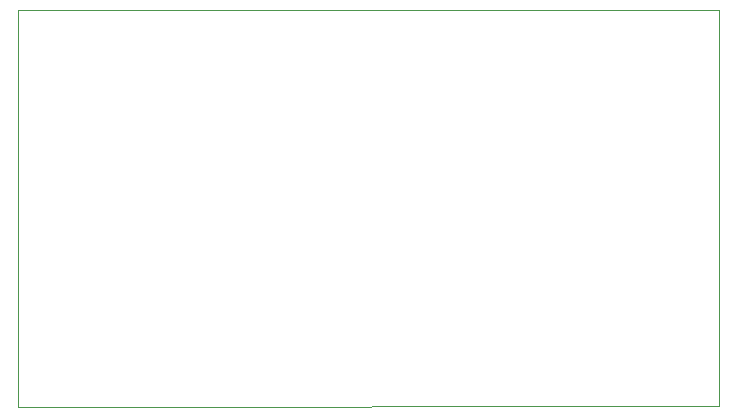
<source format=gbr>
%TF.GenerationSoftware,KiCad,Pcbnew,5.1.10-88a1d61d58~88~ubuntu18.04.1*%
%TF.CreationDate,2021-07-26T17:25:23+07:00*%
%TF.ProjectId,ADV728xM_EVAL_SMA-FFC_JETSON,41445637-3238-4784-9d5f-4556414c5f53,rev?*%
%TF.SameCoordinates,Original*%
%TF.FileFunction,Profile,NP*%
%FSLAX46Y46*%
G04 Gerber Fmt 4.6, Leading zero omitted, Abs format (unit mm)*
G04 Created by KiCad (PCBNEW 5.1.10-88a1d61d58~88~ubuntu18.04.1) date 2021-07-26 17:25:23*
%MOMM*%
%LPD*%
G01*
G04 APERTURE LIST*
%TA.AperFunction,Profile*%
%ADD10C,0.050000*%
%TD*%
G04 APERTURE END LIST*
D10*
X132105400Y-112102900D02*
X132105400Y-78498700D01*
X191452500Y-112026700D02*
X132105400Y-112102900D01*
X191439800Y-78524100D02*
X191452500Y-112026700D01*
X132105400Y-78498700D02*
X191439800Y-78524100D01*
M02*

</source>
